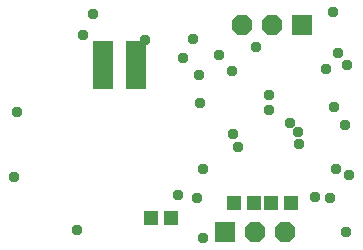
<source format=gbr>
G04 EAGLE Gerber RS-274X export*
G75*
%MOMM*%
%FSLAX34Y34*%
%LPD*%
%INSoldermask Bottom*%
%IPPOS*%
%AMOC8*
5,1,8,0,0,1.08239X$1,22.5*%
G01*
%ADD10R,1.727200X1.727200*%
%ADD11P,1.869504X8X22.500000*%
%ADD12R,1.203200X1.303200*%
%ADD13P,1.869504X8X202.500000*%
%ADD14R,1.803200X2.003200*%
%ADD15C,0.959600*%


D10*
X247700Y19400D03*
D11*
X273100Y19400D03*
X298500Y19400D03*
D12*
X271900Y44300D03*
X254900Y44300D03*
X303000Y44300D03*
X286000Y44300D03*
D10*
X312800Y194800D03*
D13*
X287400Y194800D03*
X262000Y194800D03*
D14*
X144000Y151000D03*
X172000Y151000D03*
X144000Y171000D03*
X172000Y171000D03*
D12*
X201500Y31000D03*
X184500Y31000D03*
D15*
X253000Y156000D03*
X274000Y176000D03*
X71000Y121000D03*
X127000Y186000D03*
X122000Y21000D03*
X324000Y49000D03*
X333000Y157000D03*
X136000Y204000D03*
X285000Y135000D03*
X352000Y68000D03*
X349000Y110000D03*
X351000Y161000D03*
X339000Y206058D03*
X350000Y19000D03*
X69000Y66000D03*
X212000Y167000D03*
X180058Y182154D03*
X229000Y73000D03*
X220000Y183000D03*
X242000Y169000D03*
X254000Y102000D03*
X225000Y152000D03*
X285000Y123000D03*
X343000Y171000D03*
X302000Y112000D03*
X340000Y125000D03*
X309000Y104000D03*
X341000Y73000D03*
X310000Y94000D03*
X336000Y48000D03*
X258000Y91000D03*
X208000Y51000D03*
X224000Y48000D03*
X226000Y129000D03*
X229000Y14000D03*
M02*

</source>
